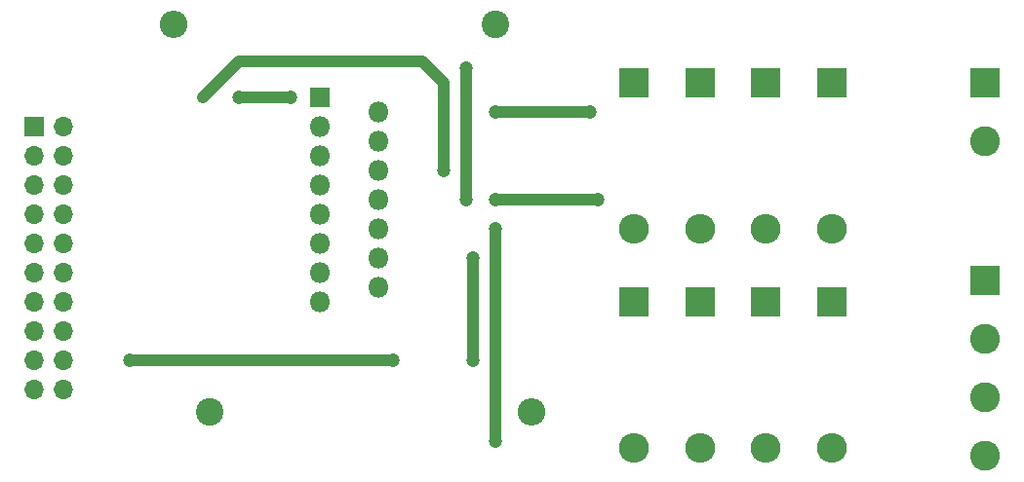
<source format=gbr>
%TF.GenerationSoftware,KiCad,Pcbnew,5.0.2-bee76a0~70~ubuntu18.04.1*%
%TF.CreationDate,2020-11-23T14:53:07+01:00*%
%TF.ProjectId,Carte_L298,43617274-655f-44c3-9239-382e6b696361,rev?*%
%TF.SameCoordinates,Original*%
%TF.FileFunction,Copper,L1,Top*%
%TF.FilePolarity,Positive*%
%FSLAX46Y46*%
G04 Gerber Fmt 4.6, Leading zero omitted, Abs format (unit mm)*
G04 Created by KiCad (PCBNEW 5.0.2-bee76a0~70~ubuntu18.04.1) date lun. 23 nov. 2020 14:53:07 CET*
%MOMM*%
%LPD*%
G01*
G04 APERTURE LIST*
%TA.AperFunction,ComponentPad*%
%ADD10R,1.800000X1.800000*%
%TD*%
%TA.AperFunction,ComponentPad*%
%ADD11O,1.800000X1.800000*%
%TD*%
%TA.AperFunction,ComponentPad*%
%ADD12R,2.600000X2.600000*%
%TD*%
%TA.AperFunction,ComponentPad*%
%ADD13C,2.600000*%
%TD*%
%TA.AperFunction,ComponentPad*%
%ADD14O,2.600000X2.600000*%
%TD*%
%TA.AperFunction,ComponentPad*%
%ADD15R,1.700000X1.700000*%
%TD*%
%TA.AperFunction,ComponentPad*%
%ADD16O,1.700000X1.700000*%
%TD*%
%TA.AperFunction,ComponentPad*%
%ADD17O,2.400000X2.400000*%
%TD*%
%TA.AperFunction,ComponentPad*%
%ADD18C,2.400000*%
%TD*%
%TA.AperFunction,ViaPad*%
%ADD19C,1.200000*%
%TD*%
%TA.AperFunction,ViaPad*%
%ADD20C,0.800000*%
%TD*%
%TA.AperFunction,Conductor*%
%ADD21C,1.000000*%
%TD*%
G04 APERTURE END LIST*
D10*
%TO.P,U1,1*%
%TO.N,SenseA*%
X165100000Y-65405000D03*
D11*
%TO.P,U1,2*%
%TO.N,/BobA2*%
X170180000Y-66675000D03*
%TO.P,U1,3*%
%TO.N,/BobA1*%
X165100000Y-67945000D03*
%TO.P,U1,4*%
%TO.N,V_MOT*%
X170180000Y-69215000D03*
%TO.P,U1,5*%
%TO.N,IN1*%
X165100000Y-70485000D03*
%TO.P,U1,6*%
%TO.N,EnA*%
X170180000Y-71755000D03*
%TO.P,U1,7*%
%TO.N,IN2*%
X165100000Y-73025000D03*
%TO.P,U1,8*%
%TO.N,GND*%
X170180000Y-74295000D03*
%TO.P,U1,9*%
%TO.N,5V*%
X165100000Y-75565000D03*
%TO.P,U1,10*%
%TO.N,IN3*%
X170180000Y-76835000D03*
%TO.P,U1,11*%
%TO.N,EnB*%
X165100000Y-78105000D03*
%TO.P,U1,12*%
%TO.N,IN4*%
X170180000Y-79375000D03*
%TO.P,U1,13*%
%TO.N,/BobB1*%
X165100000Y-80645000D03*
%TO.P,U1,14*%
%TO.N,/BobB2*%
X170180000Y-81915000D03*
%TO.P,U1,15*%
%TO.N,SenseB*%
X165100000Y-83185000D03*
%TD*%
D12*
%TO.P,J1,1*%
%TO.N,V_MOT*%
X222885000Y-64135000D03*
D13*
%TO.P,J1,2*%
%TO.N,GND*%
X222885000Y-69215000D03*
%TD*%
D12*
%TO.P,J3,1*%
%TO.N,/BobB2*%
X222885000Y-81280000D03*
D13*
%TO.P,J3,2*%
%TO.N,/BobB1*%
X222885000Y-86360000D03*
%TO.P,J3,3*%
%TO.N,/BobA2*%
X222885000Y-91440000D03*
%TO.P,J3,4*%
%TO.N,/BobA1*%
X222885000Y-96520000D03*
%TD*%
D14*
%TO.P,D6,2*%
%TO.N,GND*%
X198120000Y-95885000D03*
D12*
%TO.P,D6,1*%
%TO.N,/BobB1*%
X198120000Y-83185000D03*
%TD*%
%TO.P,D3,1*%
%TO.N,V_MOT*%
X192405000Y-64135000D03*
D14*
%TO.P,D3,2*%
%TO.N,/BobA1*%
X192405000Y-76835000D03*
%TD*%
D15*
%TO.P,J2,1*%
%TO.N,SenseA*%
X140335000Y-67945000D03*
D16*
%TO.P,J2,2*%
X142875000Y-67945000D03*
%TO.P,J2,3*%
%TO.N,IN1*%
X140335000Y-70485000D03*
%TO.P,J2,4*%
X142875000Y-70485000D03*
%TO.P,J2,5*%
%TO.N,EnA*%
X140335000Y-73025000D03*
%TO.P,J2,6*%
X142875000Y-73025000D03*
%TO.P,J2,7*%
%TO.N,IN2*%
X140335000Y-75565000D03*
%TO.P,J2,8*%
X142875000Y-75565000D03*
%TO.P,J2,9*%
%TO.N,GND*%
X140335000Y-78105000D03*
%TO.P,J2,10*%
X142875000Y-78105000D03*
%TO.P,J2,11*%
%TO.N,5V*%
X140335000Y-80645000D03*
%TO.P,J2,12*%
X142875000Y-80645000D03*
%TO.P,J2,13*%
%TO.N,IN3*%
X140335000Y-83185000D03*
%TO.P,J2,14*%
X142875000Y-83185000D03*
%TO.P,J2,15*%
%TO.N,EnB*%
X140335000Y-85725000D03*
%TO.P,J2,16*%
X142875000Y-85725000D03*
%TO.P,J2,17*%
%TO.N,IN4*%
X140335000Y-88265000D03*
%TO.P,J2,18*%
X142875000Y-88265000D03*
%TO.P,J2,19*%
%TO.N,SenseB*%
X140335000Y-90805000D03*
%TO.P,J2,20*%
X142875000Y-90805000D03*
%TD*%
D14*
%TO.P,D8,2*%
%TO.N,GND*%
X203835000Y-95885000D03*
D12*
%TO.P,D8,1*%
%TO.N,/BobB2*%
X203835000Y-83185000D03*
%TD*%
%TO.P,D7,1*%
%TO.N,V_MOT*%
X203835000Y-64135000D03*
D14*
%TO.P,D7,2*%
%TO.N,/BobB2*%
X203835000Y-76835000D03*
%TD*%
D12*
%TO.P,D1,1*%
%TO.N,V_MOT*%
X209550000Y-64135000D03*
D14*
%TO.P,D1,2*%
%TO.N,/BobA2*%
X209550000Y-76835000D03*
%TD*%
D12*
%TO.P,D5,1*%
%TO.N,V_MOT*%
X198120000Y-64135000D03*
D14*
%TO.P,D5,2*%
%TO.N,/BobB1*%
X198120000Y-76835000D03*
%TD*%
%TO.P,D2,2*%
%TO.N,GND*%
X209550000Y-95885000D03*
D12*
%TO.P,D2,1*%
%TO.N,/BobA2*%
X209550000Y-83185000D03*
%TD*%
D14*
%TO.P,D4,2*%
%TO.N,GND*%
X192405000Y-95885000D03*
D12*
%TO.P,D4,1*%
%TO.N,/BobA1*%
X192405000Y-83185000D03*
%TD*%
D17*
%TO.P,R2,2*%
%TO.N,SenseB*%
X183515000Y-92710000D03*
D18*
%TO.P,R2,1*%
%TO.N,GND*%
X155575000Y-92710000D03*
%TD*%
%TO.P,R1,1*%
%TO.N,GND*%
X180340000Y-59055000D03*
D17*
%TO.P,R1,2*%
%TO.N,SenseA*%
X152400000Y-59055000D03*
%TD*%
D19*
%TO.N,/BobA2*%
X180340000Y-66675000D03*
X188595000Y-66675000D03*
%TO.N,/BobA1*%
X180340000Y-74295000D03*
X177800000Y-62865000D03*
X177800004Y-74294992D03*
X189230000Y-74295000D03*
%TO.N,SenseA*%
X162560000Y-65405000D03*
X158115000Y-65405000D03*
D20*
%TO.N,EnA*%
X154940000Y-65405000D03*
D19*
X175895000Y-71755000D03*
%TO.N,IN3*%
X180340000Y-76835000D03*
X180340000Y-95250000D03*
%TO.N,IN4*%
X171450000Y-88265000D03*
X148590000Y-88265000D03*
X178435000Y-88265000D03*
X178435000Y-79375000D03*
%TD*%
D21*
%TO.N,/BobA2*%
X188595000Y-66675000D02*
X180340000Y-66675000D01*
%TO.N,/BobA1*%
X177800000Y-62865000D02*
X177800000Y-74294988D01*
X177800000Y-74294988D02*
X177800004Y-74294992D01*
X180975002Y-74295000D02*
X180340000Y-74295000D01*
X189230000Y-74295000D02*
X180975002Y-74295000D01*
%TO.N,SenseA*%
X162560000Y-65405000D02*
X158115000Y-65405000D01*
%TO.N,EnA*%
X154940000Y-65405000D02*
X158115000Y-62230000D01*
X175895000Y-64135000D02*
X175895000Y-71755000D01*
X173990000Y-62230000D02*
X175895000Y-64135000D01*
X158115000Y-62230000D02*
X173990000Y-62230000D01*
%TO.N,IN3*%
X180340000Y-77683528D02*
X180340000Y-95250000D01*
X180340000Y-76835000D02*
X180340000Y-77683528D01*
%TO.N,IN4*%
X171450000Y-88265000D02*
X148590000Y-88265000D01*
X178435000Y-88265000D02*
X178435000Y-79375000D01*
%TD*%
M02*

</source>
